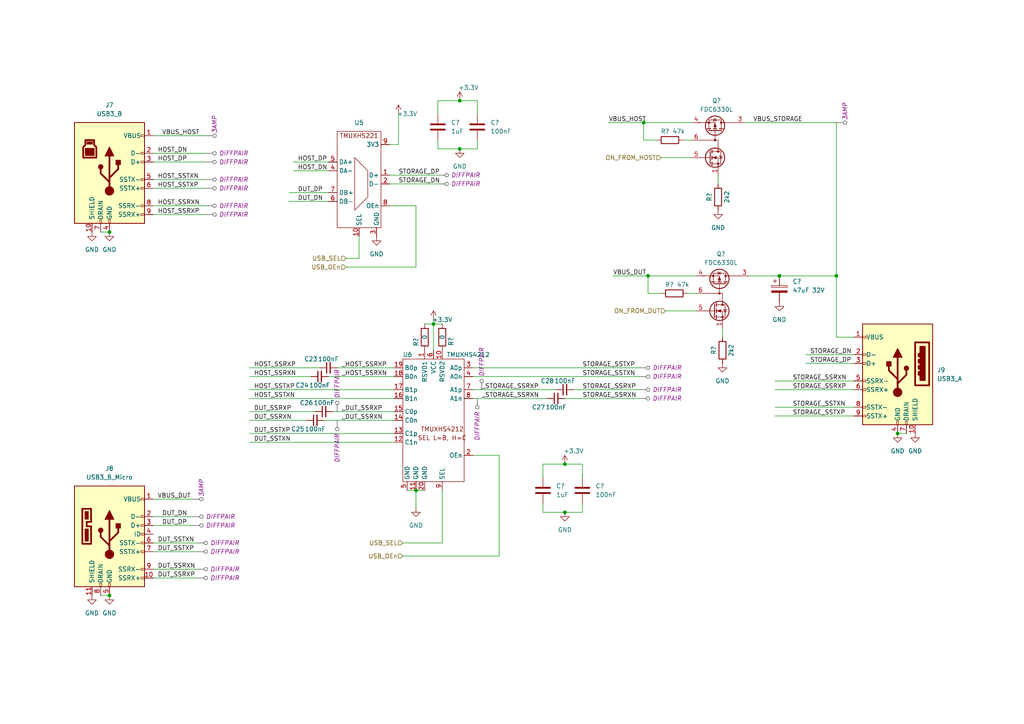
<source format=kicad_sch>
(kicad_sch (version 20230121) (generator eeschema)
  (paper "A4")
  (title_block (title "USB Storage Host/DUT switch") (date "2023-06-15") (rev "1.0.0") (company "Red Hat Inc.") (comment 1 "Device Under Test, supporting USB3.0 and 2.0 connectivity") (comment 2 "that can be connected to the testing host, or to the") (comment 3 "This schematic designs the multiplexor for a USB storage device"))
  (lib_symbols
    (symbol "Connector:USB3_A" (pin_names (offset 1.016))
      (property "Reference" "J" (at -10.16 15.24 0))
      (property "Value" "USB3_A" (at 10.16 15.24 0))
      (symbol "USB3_A_0_0"
        (rectangle (start -9.144 8.636) (end -5.08 -3.81) (stroke (width 0.508)))
        (rectangle (start -7.874 7.366) (end -6.604 -2.286) (stroke (width 0.508)) (fill (type outline)))
        (rectangle (start -6.35 0) (end -6.096 -0.762) (stroke (width 0.508)))
        (rectangle (start -6.35 1.778) (end -6.096 1.016) (stroke (width 0.508)))
        (rectangle (start -6.35 3.556) (end -6.096 2.794) (stroke (width 0.508)))
        (rectangle (start -6.35 5.334) (end -6.096 4.572) (stroke (width 0.508)))
        (rectangle (start -2.794 -15.24) (end -2.286 -14.224))
        (rectangle (start -0.254 -15.24) (end 0.254 -14.224))
        (rectangle (start 10.16 -12.446) (end 9.144 -12.954))
        (rectangle (start 10.16 -9.906) (end 9.144 -10.414))
        (rectangle (start 10.16 -4.826) (end 9.144 -5.334))
        (rectangle (start 10.16 -2.286) (end 9.144 -2.794))
        (rectangle (start 10.16 2.794) (end 9.144 2.286))
        (rectangle (start 10.16 5.334) (end 9.144 4.826))
        (rectangle (start 10.16 10.414) (end 9.144 9.906))
      )
      (symbol "USB3_A_0_1"
        (rectangle (start -10.16 13.97) (end 10.16 -15.24) (stroke (width 0.254)) (fill (type background)))
      )
      (symbol "USB3_A_1_1"
        (circle (center -2.54 1.143) (radius 0.635) (stroke (width 0.254)) (fill (type outline)))
        (circle (center 0 -5.842) (radius 1.27) (fill (type outline)))
        (polyline (pts (xy 0 -5.842) (xy 0 4.318)) (stroke (width 0.508)))
        (polyline (pts (xy 0 -3.302) (xy -2.54 -0.762) (xy -2.54 0.508)) (stroke (width 0.508)))
        (polyline (pts (xy 0 -2.032) (xy 2.54 0.508) (xy 2.54 1.778)) (stroke (width 0.508)))
        (polyline (pts (xy -1.27 4.318) (xy 0 6.858) (xy 1.27 4.318) (xy -1.27 4.318)) (stroke (width 0.254)) (fill (type outline)))
        (rectangle (start 1.905 1.778) (end 3.175 3.048) (stroke (width 0.254)) (fill (type outline)))
        (pin power_in line (at 12.7 10.16 180) (length 2.54) (name "VBUS") (number "1"))
        (pin passive line (at -5.08 -17.78 90) (length 2.54) (name "SHIELD") (number "10"))
        (pin bidirectional line (at 12.7 5.08 180) (length 2.54) (name "D-") (number "2"))
        (pin bidirectional line (at 12.7 2.54 180) (length 2.54) (name "D+") (number "3"))
        (pin power_in line (at 0 -17.78 90) (length 2.54) (name "GND") (number "4"))
        (pin output line (at 12.7 -2.54 180) (length 2.54) (name "SSRX-") (number "5"))
        (pin output line (at 12.7 -5.08 180) (length 2.54) (name "SSRX+") (number "6"))
        (pin passive line (at -2.54 -17.78 90) (length 2.54) (name "DRAIN") (number "7"))
        (pin input line (at 12.7 -10.16 180) (length 2.54) (name "SSTX-") (number "8"))
        (pin input line (at 12.7 -12.7 180) (length 2.54) (name "SSTX+") (number "9"))
      )
    )
    (symbol "Connector:USB3_B" (pin_names (offset 1.016))
      (property "Reference" "J" (at -10.16 15.24 0))
      (property "Value" "USB3_B" (at 10.16 15.24 0))
      (symbol "USB3_B_0_0"
        (rectangle (start -2.794 -15.24) (end -2.286 -14.224))
        (rectangle (start -0.254 -15.24) (end 0.254 -14.224))
        (rectangle (start 10.16 -12.446) (end 9.144 -12.954))
        (rectangle (start 10.16 -9.906) (end 9.144 -10.414))
        (rectangle (start 10.16 -4.826) (end 9.144 -5.334))
        (rectangle (start 10.16 -2.286) (end 9.144 -2.794))
        (rectangle (start 10.16 2.794) (end 9.144 2.286))
        (rectangle (start 10.16 5.334) (end 9.144 4.826))
        (rectangle (start 10.16 10.414) (end 9.144 9.906))
      )
      (symbol "USB3_B_0_1"
        (rectangle (start -10.16 13.97) (end 10.16 -15.24) (stroke (width 0.254)) (fill (type background)))
        (rectangle (start -6.477 8.382) (end -4.953 7.747) (stroke (width 0.254)) (fill (type outline)))
        (rectangle (start -4.445 4.445) (end -6.985 6.477) (stroke (width 0.254)) (fill (type outline)))
        (polyline (pts (xy -6.985 8.89) (xy -6.985 7.493) (xy -7.62 6.858) (xy -7.62 3.81) (xy -3.81 3.81) (xy -3.81 6.858) (xy -4.445 7.493) (xy -4.445 8.89) (xy -6.858 8.89) (xy -6.985 8.89)) (stroke (width 0.508)))
      )
      (symbol "USB3_B_1_1"
        (circle (center -2.54 1.143) (radius 0.635) (stroke (width 0.254)) (fill (type outline)))
        (circle (center 0 -5.842) (radius 1.27) (fill (type outline)))
        (polyline (pts (xy 0 -5.842) (xy 0 4.318)) (stroke (width 0.508)))
        (polyline (pts (xy 0 -3.302) (xy -2.54 -0.762) (xy -2.54 0.508)) (stroke (width 0.508)))
        (polyline (pts (xy 0 -2.032) (xy 2.54 0.508) (xy 2.54 1.778)) (stroke (width 0.508)))
        (polyline (pts (xy -1.27 4.318) (xy 0 6.858) (xy 1.27 4.318) (xy -1.27 4.318)) (stroke (width 0.254)) (fill (type outline)))
        (rectangle (start 1.905 1.778) (end 3.175 3.048) (stroke (width 0.254)) (fill (type outline)))
        (pin power_out line (at 12.7 10.16 180) (length 2.54) (name "VBUS") (number "1"))
        (pin passive line (at -5.08 -17.78 90) (length 2.54) (name "SHIELD") (number "10"))
        (pin bidirectional line (at 12.7 5.08 180) (length 2.54) (name "D-") (number "2"))
        (pin bidirectional line (at 12.7 2.54 180) (length 2.54) (name "D+") (number "3"))
        (pin power_out line (at 0 -17.78 90) (length 2.54) (name "GND") (number "4"))
        (pin output line (at 12.7 -2.54 180) (length 2.54) (name "SSTX-") (number "5"))
        (pin output line (at 12.7 -5.08 180) (length 2.54) (name "SSTX+") (number "6"))
        (pin passive line (at -2.54 -17.78 90) (length 2.54) (name "DRAIN") (number "7"))
        (pin input line (at 12.7 -10.16 180) (length 2.54) (name "SSRX-") (number "8"))
        (pin input line (at 12.7 -12.7 180) (length 2.54) (name "SSRX+") (number "9"))
      )
    )
    (symbol "Connector:USB3_B_Micro" (pin_names (offset 1.016))
      (property "Reference" "J" (at -10.16 15.24 0))
      (property "Value" "USB3_B_Micro" (at 10.16 15.24 0))
      (symbol "USB3_B_Micro_0_0"
        (rectangle (start -2.794 -15.24) (end -2.286 -14.224))
        (rectangle (start -0.254 -15.24) (end 0.254 -14.224))
        (rectangle (start 10.16 -12.446) (end 9.144 -12.954))
        (rectangle (start 10.16 -9.906) (end 9.144 -10.414))
        (rectangle (start 10.16 -4.826) (end 9.144 -5.334))
        (rectangle (start 10.16 -2.286) (end 9.144 -2.794))
        (rectangle (start 10.16 0.254) (end 9.144 -0.254))
        (rectangle (start 10.16 2.794) (end 9.144 2.286))
        (rectangle (start 10.16 5.334) (end 9.144 4.826))
        (rectangle (start 10.16 10.414) (end 9.144 9.906))
      )
      (symbol "USB3_B_Micro_0_1"
        (rectangle (start -10.16 13.97) (end 10.16 -15.24) (stroke (width 0.254)) (fill (type background)))
        (rectangle (start -7.112 1.524) (end -6.096 -2.032) (fill (type outline)))
        (rectangle (start -7.112 6.604) (end -6.096 4.318) (fill (type outline)))
        (polyline (pts (xy -7.874 7.366) (xy -7.874 -2.794) (xy -5.334 -2.794) (xy -5.334 2.286) (xy -6.604 2.286) (xy -6.604 3.556) (xy -5.334 3.556) (xy -5.334 7.366) (xy -7.874 7.366)) (stroke (width 0.508)))
      )
      (symbol "USB3_B_Micro_1_1"
        (circle (center -2.54 1.143) (radius 0.635) (stroke (width 0.254)) (fill (type outline)))
        (circle (center 0 -5.842) (radius 1.27) (fill (type outline)))
        (polyline (pts (xy 0 -5.842) (xy 0 4.318)) (stroke (width 0.508)))
        (polyline (pts (xy 0 -3.302) (xy -2.54 -0.762) (xy -2.54 0.508)) (stroke (width 0.508)))
        (polyline (pts (xy 0 -2.032) (xy 2.54 0.508) (xy 2.54 1.778)) (stroke (width 0.508)))
        (polyline (pts (xy -1.27 4.318) (xy 0 6.858) (xy 1.27 4.318) (xy -1.27 4.318)) (stroke (width 0.254)) (fill (type outline)))
        (rectangle (start 1.905 1.778) (end 3.175 3.048) (stroke (width 0.254)) (fill (type outline)))
        (pin power_out line (at 12.7 10.16 180) (length 2.54) (name "VBUS") (number "1"))
        (pin input line (at 12.7 -12.7 180) (length 2.54) (name "SSRX+") (number "10"))
        (pin passive line (at -5.08 -17.78 90) (length 2.54) (name "SHIELD") (number "11"))
        (pin bidirectional line (at 12.7 5.08 180) (length 2.54) (name "D-") (number "2"))
        (pin bidirectional line (at 12.7 2.54 180) (length 2.54) (name "D+") (number "3"))
        (pin passive line (at 12.7 0 180) (length 2.54) (name "ID") (number "4"))
        (pin power_out line (at 0 -17.78 90) (length 2.54) (name "GND") (number "5"))
        (pin output line (at 12.7 -2.54 180) (length 2.54) (name "SSTX-") (number "6"))
        (pin output line (at 12.7 -5.08 180) (length 2.54) (name "SSTX+") (number "7"))
        (pin passive line (at -2.54 -17.78 90) (length 2.54) (name "DRAIN") (number "8"))
        (pin input line (at 12.7 -10.16 180) (length 2.54) (name "SSRX-") (number "9"))
      )
    )
    (symbol "Device:C" (pin_numbers hide) (pin_names (offset 0.254))
      (property "Reference" "C" (at 0.635 2.54 0))
      (property "Value" "C" (at 0.635 -2.54 0))
      (symbol "C_0_1"
        (polyline (pts (xy -2.032 -0.762) (xy 2.032 -0.762)) (stroke (width 0.508)))
        (polyline (pts (xy -2.032 0.762) (xy 2.032 0.762)) (stroke (width 0.508)))
      )
      (symbol "C_1_1"
        (pin passive line (at 0 3.81 270) (length 2.794) (name "~") (number "1"))
        (pin passive line (at 0 -3.81 90) (length 2.794) (name "~") (number "2"))
      )
    )
    (symbol "Device:C_Polarized" (pin_numbers hide) (pin_names (offset 0.254))
      (property "Reference" "C" (at 0.635 2.54 0))
      (property "Value" "C_Polarized" (at 0.635 -2.54 0))
      (symbol "C_Polarized_0_1"
        (rectangle (start -2.286 0.508) (end 2.286 1.016))
        (polyline (pts (xy -1.778 2.286) (xy -0.762 2.286)))
        (polyline (pts (xy -1.27 2.794) (xy -1.27 1.778)))
        (rectangle (start 2.286 -0.508) (end -2.286 -1.016) (fill (type outline)))
      )
      (symbol "C_Polarized_1_1"
        (pin passive line (at 0 3.81 270) (length 2.794) (name "~") (number "1"))
        (pin passive line (at 0 -3.81 90) (length 2.794) (name "~") (number "2"))
      )
    )
    (symbol "Device:C_Small" (pin_numbers hide) (pin_names (offset 0.254) hide)
      (property "Reference" "C" (at 0.254 1.778 0))
      (property "Value" "C_Small" (at 0.254 -2.032 0))
      (symbol "C_Small_0_1"
        (polyline (pts (xy -1.524 -0.508) (xy 1.524 -0.508)) (stroke (width 0.3302)))
        (polyline (pts (xy -1.524 0.508) (xy 1.524 0.508)) (stroke (width 0.3048)))
      )
      (symbol "C_Small_1_1"
        (pin passive line (at 0 2.54 270) (length 2.032) (name "~") (number "1"))
        (pin passive line (at 0 -2.54 90) (length 2.032) (name "~") (number "2"))
      )
    )
    (symbol "Device:R" (pin_numbers hide) (pin_names (offset 0))
      (property "Reference" "R" (at 2.032 0 90))
      (property "Value" "R" (at 0 0 90))
      (symbol "R_0_1"
        (rectangle (start -1.016 -2.54) (end 1.016 2.54) (stroke (width 0.254)))
      )
      (symbol "R_1_1"
        (pin passive line (at 0 3.81 270) (length 1.27) (name "~") (number "1"))
        (pin passive line (at 0 -3.81 90) (length 1.27) (name "~") (number "2"))
      )
    )
    (symbol "TMUXHS221_1"
      (property "Reference" "U?" (at 2.54 10.16 0))
      (symbol "TMUXHS221_1_0_1"
        (rectangle (start 1.27 8.89) (end 13.97 -19.05))
      )
      (symbol "TMUXHS221_1_1_1"
        (polyline (pts (xy 6.35 -13.97) (xy 6.35 1.27) (xy 10.16 -2.54) (xy 10.16 -7.62) (xy 10.16 -10.16) (xy 6.35 -13.97)))
        (text "TMUXHS221" (at 7.62 7.62 0) (effects (font (size 1.27 1.27))))
        (pin bidirectional line (at 16.51 -3.81 180) (length 2.54) (name "D+") (number "1"))
        (pin input line (at 7.62 -21.59 90) (length 2.54) (name "SEL") (number "10"))
        (pin bidirectional line (at 16.51 -6.35 180) (length 2.54) (name "D-") (number "2"))
        (pin power_in line (at 12.7 -21.59 90) (length 2.54) (name "GND") (number "3"))
        (pin bidirectional line (at -1.27 -2.54 0) (length 2.54) (name "DA-") (number "4"))
        (pin bidirectional line (at -1.27 0 0) (length 2.54) (name "DA+") (number "5"))
        (pin bidirectional line (at -1.27 -11.43 0) (length 2.54) (name "DB-") (number "6"))
        (pin bidirectional line (at -1.27 -8.89 0) (length 2.54) (name "DB+") (number "7"))
        (pin input line (at 16.51 -12.7 180) (length 2.54) (name "OEn") (number "8"))
        (pin power_in line (at 16.51 5.08 180) (length 2.54) (name "3V3") (number "9"))
      )
    )
    (symbol "TUSBMUXES:TMUXHS4212"
      (property "Reference" "U?" (at 12.7 0 0))
      (property "Value" "TMUXHS4212" (at 0 0 0))
      (symbol "TMUXHS4212_0_1"
        (rectangle (start -2.54 -1.27) (end 15.24 -36.83))
      )
      (symbol "TMUXHS4212_1_1"
        (text "SEL L=B, H=C" (at 8.89 -24.13 0) (effects (font (size 1.27 1.27))))
        (text "TMUXHS4212\n" (at 8.89 -21.59 0) (effects (font (size 1.27 1.27))))
        (pin passive line (at 3.81 1.27 270) (length 2.54) (name "RSVD1") (number "1"))
        (pin passive line (at 8.89 1.27 270) (length 2.54) (name "RSVD2") (number "10"))
        (pin power_in line (at 1.27 -39.37 90) (length 2.54) (name "GND") (number "11"))
        (pin bidirectional line (at -5.08 -25.4 0) (length 2.54) (name "C1n") (number "12"))
        (pin bidirectional line (at -5.08 -22.86 0) (length 2.54) (name "C1p") (number "13"))
        (pin bidirectional line (at -5.08 -19.05 0) (length 2.54) (name "C0n") (number "14"))
        (pin bidirectional line (at -5.08 -16.51 0) (length 2.54) (name "C0p") (number "15"))
        (pin bidirectional line (at -5.08 -12.7 0) (length 2.54) (name "B1n") (number "16"))
        (pin bidirectional line (at -5.08 -10.16 0) (length 2.54) (name "B1p") (number "17"))
        (pin bidirectional line (at -5.08 -6.35 0) (length 2.54) (name "B0n") (number "18"))
        (pin bidirectional line (at -5.08 -3.81 0) (length 2.54) (name "B0p") (number "19"))
        (pin input line (at 17.78 -29.21 180) (length 2.54) (name "OEn") (number "2"))
        (pin power_in line (at 3.81 -39.37 90) (length 2.54) (name "GND") (number "20"))
        (pin bidirectional line (at 17.78 -3.81 180) (length 2.54) (name "A0p") (number "3"))
        (pin bidirectional line (at 17.78 -6.35 180) (length 2.54) (name "A0n") (number "4"))
        (pin power_in line (at -1.27 -39.37 90) (length 2.54) (name "GND") (number "5"))
        (pin power_in line (at 6.35 1.27 270) (length 2.54) (name "VCC") (number "6"))
        (pin bidirectional line (at 17.78 -10.16 180) (length 2.54) (name "A1p") (number "7"))
        (pin bidirectional line (at 17.78 -12.7 180) (length 2.54) (name "A1n") (number "8"))
        (pin input line (at 8.89 -39.37 90) (length 2.54) (name "SEL") (number "9"))
      )
    )
    (symbol "Transistor_FET:FDC6330L" (pin_names hide)
      (property "Reference" "Q" (at 3.175 -1.27 0))
      (property "Value" "FDC6330L" (at 3.175 -3.81 0))
      (symbol "FDC6330L_0_1"
        (circle (center -0.889 -2.54) (radius 2.794) (stroke (width 0.254)))
        (circle (center 0 -4.318) (radius 0.254) (fill (type outline)))
        (circle (center 0 -0.762) (radius 0.254) (fill (type outline)))
        (polyline (pts (xy -2.286 -2.54) (xy -5.08 -2.54)))
        (polyline (pts (xy -2.286 -0.635) (xy -2.286 -4.445)) (stroke (width 0.254)))
        (polyline (pts (xy -1.778 -3.81) (xy -1.778 -4.826)) (stroke (width 0.254)))
        (polyline (pts (xy -1.778 -2.032) (xy -1.778 -3.048)) (stroke (width 0.254)))
        (polyline (pts (xy -1.778 -0.254) (xy -1.778 -1.27)) (stroke (width 0.254)))
        (polyline (pts (xy 0 0) (xy 0 -0.762)))
        (polyline (pts (xy 5.08 7.62) (xy 1.651 7.62)))
        (polyline (pts (xy -5.08 2.54) (xy 0 2.54) (xy 0 0)))
        (polyline (pts (xy 0 -5.08) (xy 0 -2.54) (xy -1.778 -2.54)))
        (polyline (pts (xy -1.778 -4.318) (xy 0.762 -4.318) (xy 0.762 -0.762) (xy -1.778 -0.762)))
      )
      (symbol "FDC6330L_1_1"
        (circle (center -2.667 7.62) (radius 0.254) (fill (type outline)))
        (circle (center -0.889 2.54) (radius 0.254) (fill (type outline)))
        (circle (center -0.889 6.731) (radius 2.794) (stroke (width 0.254)))
        (polyline (pts (xy -3.175 7.62) (xy -5.969 7.62)))
        (polyline (pts (xy -2.159 5.842) (xy -3.175 5.842)) (stroke (width 0.254)))
        (polyline (pts (xy -0.889 5.334) (xy -0.889 2.54)))
        (polyline (pts (xy -0.381 5.842) (xy -1.397 5.842)) (stroke (width 0.254)))
        (polyline (pts (xy 1.016 5.334) (xy -2.794 5.334)) (stroke (width 0.254)))
        (polyline (pts (xy 1.397 5.842) (xy 0.381 5.842)) (stroke (width 0.254)))
        (polyline (pts (xy 1.651 7.62) (xy 0.889 7.62)))
        (polyline (pts (xy -3.429 7.62) (xy -0.889 7.62) (xy -0.889 5.842)))
        (polyline (pts (xy -2.667 5.842) (xy -2.667 8.382) (xy 0.889 8.382) (xy 0.889 5.842)))
        (polyline (pts (xy -1.524 -2.54) (xy -0.508 -2.159) (xy -0.508 -2.921) (xy -1.524 -2.54)) (fill (type outline)))
        (polyline (pts (xy -1.397 7.874) (xy -1.27 8.001) (xy -1.27 8.763) (xy -1.143 8.89)))
        (polyline (pts (xy -1.27 8.382) (xy -0.635 8.001) (xy -0.635 8.763) (xy -1.27 8.382)))
        (polyline (pts (xy -0.889 7.366) (xy -0.508 6.35) (xy -1.27 6.35) (xy -0.889 7.366)) (fill (type outline)))
        (polyline (pts (xy 0.254 -2.032) (xy 0.381 -2.159) (xy 1.143 -2.159) (xy 1.27 -2.286)))
        (polyline (pts (xy 0.762 -2.159) (xy 0.381 -2.794) (xy 1.143 -2.794) (xy 0.762 -2.159)))
        (circle (center 0.889 7.62) (radius 0.254) (fill (type outline)))
        (pin passive line (at 0 -7.62 90) (length 2.54) (name "S1") (number "1"))
        (pin passive line (at 7.62 7.62 180) (length 2.54) hide (name "D2") (number "2"))
        (pin passive line (at 7.62 7.62 180) (length 2.54) (name "D2") (number "3"))
        (pin passive line (at -7.62 7.62 0) (length 2.54) (name "S2") (number "4"))
        (pin passive line (at -7.62 -2.54 0) (length 2.54) (name "G1") (number "5"))
        (pin passive line (at -7.62 2.54 0) (length 2.54) (name "D1") (number "6"))
      )
    )
    (symbol "power:+3.3V" (power) (pin_names (offset 0))
      (property "Value" "+3.3V" (at 0 3.556 0))
      (symbol "+3.3V_0_1"
        (polyline (pts (xy -0.762 1.27) (xy 0 2.54)))
        (polyline (pts (xy 0 0) (xy 0 2.54)))
        (polyline (pts (xy 0 2.54) (xy 0.762 1.27)))
      )
      (symbol "+3.3V_1_1"
        (pin power_in line (at 0 0 90) (length 0) hide (name "+3.3V") (number "1"))
      )
    )
    (symbol "power:GND" (power) (pin_names (offset 0))
      (property "Value" "GND" (at 0 -3.81 0))
      (symbol "GND_0_1"
        (polyline (pts (xy 0 0) (xy 0 -1.27) (xy 1.27 -1.27) (xy 0 -2.54) (xy -1.27 -1.27) (xy 0 -1.27)))
      )
      (symbol "GND_1_1"
        (pin power_in line (at 0 0 270) (length 0) hide (name "GND") (number "1"))
      )
    )
  )
  (junction (at 31.75 67.31))
  (junction (at 120.65 142.24))
  (junction (at 133.35 29.21))
  (junction (at 260.35 125.73))
  (junction (at 226.06 80.01))
  (junction (at 186.69 35.56))
  (junction (at 125.73 93.98))
  (junction (at 242.57 80.01))
  (junction (at 163.83 148.59))
  (junction (at 187.96 80.01))
  (junction (at 163.83 134.62))
  (junction (at 133.35 43.18))
  (junction (at 31.75 172.72))
  (wire (pts (xy 163.83 148.59) (xy 168.91 148.59)))
  (wire (pts (xy 44.45 39.37) (xy 59.69 39.37)))
  (wire (pts (xy 72.39 119.38) (xy 91.44 119.38)))
  (wire (pts (xy 100.33 74.93) (xy 104.14 74.93)))
  (wire (pts (xy 29.21 67.31) (xy 31.75 67.31)))
  (wire (pts (xy 72.39 121.92) (xy 88.9 121.92)))
  (wire (pts (xy 133.35 43.18) (xy 138.43 43.18)))
  (wire (pts (xy 157.48 134.62) (xy 163.83 134.62)))
  (wire (pts (xy 125.73 101.6) (xy 125.73 93.98)))
  (wire (pts (xy 96.52 119.38) (xy 114.3 119.38)))
  (wire (pts (xy 72.39 115.57) (xy 114.3 115.57)))
  (wire (pts (xy 44.45 44.45) (xy 59.69 44.45)))
  (wire (pts (xy 208.28 50.8) (xy 208.28 53.34)))
  (wire (pts (xy 247.65 97.79) (xy 242.57 97.79)))
  (wire (pts (xy 157.48 148.59) (xy 163.83 148.59)))
  (wire (pts (xy 138.43 29.21) (xy 133.35 29.21)))
  (wire (pts (xy 97.79 106.68) (xy 114.3 106.68)))
  (wire (pts (xy 72.39 106.68) (xy 92.71 106.68)))
  (wire (pts (xy 116.84 157.48) (xy 128.27 157.48)))
  (wire (pts (xy 233.68 102.87) (xy 247.65 102.87)))
  (wire (pts (xy 72.39 109.22) (xy 90.17 109.22)))
  (wire (pts (xy 29.21 172.72) (xy 31.75 172.72)))
  (wire (pts (xy 44.45 157.48) (xy 57.15 157.48)))
  (wire (pts (xy 44.45 52.07) (xy 59.69 52.07)))
  (wire (pts (xy 191.77 85.09) (xy 187.96 85.09)))
  (wire (pts (xy 116.84 161.29) (xy 144.78 161.29)))
  (wire (pts (xy 113.03 50.8) (xy 127 50.8)))
  (wire (pts (xy 72.39 128.27) (xy 114.3 128.27)))
  (wire (pts (xy 157.48 138.43) (xy 157.48 134.62)))
  (wire (pts (xy 127 29.21) (xy 133.35 29.21)))
  (wire (pts (xy 177.8 80.01) (xy 187.96 80.01)))
  (wire (pts (xy 137.16 115.57) (xy 158.75 115.57)))
  (wire (pts (xy 104.14 68.58) (xy 104.14 74.93)))
  (wire (pts (xy 44.45 152.4) (xy 55.88 152.4)))
  (wire (pts (xy 224.79 113.03) (xy 247.65 113.03)))
  (wire (pts (xy 242.57 35.56) (xy 242.57 80.01)))
  (wire (pts (xy 44.45 149.86) (xy 55.88 149.86)))
  (wire (pts (xy 72.39 125.73) (xy 114.3 125.73)))
  (wire (pts (xy 215.9 35.56) (xy 242.57 35.56)))
  (wire (pts (xy 144.78 161.29) (xy 144.78 132.08)))
  (wire (pts (xy 137.16 106.68) (xy 185.42 106.68)))
  (wire (pts (xy 95.25 109.22) (xy 114.3 109.22)))
  (wire (pts (xy 125.73 93.98) (xy 125.73 92.71)))
  (wire (pts (xy 118.11 142.24) (xy 120.65 142.24)))
  (wire (pts (xy 163.83 115.57) (xy 185.42 115.57)))
  (wire (pts (xy 217.17 80.01) (xy 226.06 80.01)))
  (wire (pts (xy 113.03 41.91) (xy 115.57 41.91)))
  (wire (pts (xy 224.79 118.11) (xy 247.65 118.11)))
  (wire (pts (xy 191.77 45.72) (xy 200.66 45.72)))
  (wire (pts (xy 157.48 146.05) (xy 157.48 148.59)))
  (wire (pts (xy 226.06 80.01) (xy 242.57 80.01)))
  (wire (pts (xy 127 40.64) (xy 127 43.18)))
  (wire (pts (xy 127 33.02) (xy 127 29.21)))
  (wire (pts (xy 166.37 113.03) (xy 185.42 113.03)))
  (wire (pts (xy 224.79 110.49) (xy 247.65 110.49)))
  (wire (pts (xy 85.09 49.53) (xy 95.25 49.53)))
  (wire (pts (xy 100.33 77.47) (xy 120.65 77.47)))
  (wire (pts (xy 190.5 40.64) (xy 186.69 40.64)))
  (wire (pts (xy 93.98 121.92) (xy 114.3 121.92)))
  (wire (pts (xy 176.53 35.56) (xy 186.69 35.56)))
  (wire (pts (xy 125.73 93.98) (xy 128.27 93.98)))
  (wire (pts (xy 198.12 40.64) (xy 200.66 40.64)))
  (wire (pts (xy 128.27 157.48) (xy 128.27 142.24)))
  (wire (pts (xy 120.65 142.24) (xy 123.19 142.24)))
  (wire (pts (xy 137.16 113.03) (xy 161.29 113.03)))
  (wire (pts (xy 120.65 142.24) (xy 120.65 147.32)))
  (wire (pts (xy 209.55 95.25) (xy 209.55 97.79)))
  (wire (pts (xy 44.45 144.78) (xy 55.88 144.78)))
  (wire (pts (xy 44.45 165.1) (xy 57.15 165.1)))
  (wire (pts (xy 260.35 125.73) (xy 262.89 125.73)))
  (wire (pts (xy 144.78 132.08) (xy 137.16 132.08)))
  (wire (pts (xy 224.79 120.65) (xy 247.65 120.65)))
  (wire (pts (xy 242.57 80.01) (xy 242.57 97.79)))
  (wire (pts (xy 44.45 167.64) (xy 57.15 167.64)))
  (wire (pts (xy 115.57 41.91) (xy 115.57 33.02)))
  (wire (pts (xy 44.45 46.99) (xy 59.69 46.99)))
  (wire (pts (xy 113.03 59.69) (xy 120.65 59.69)))
  (wire (pts (xy 72.39 113.03) (xy 114.3 113.03)))
  (wire (pts (xy 199.39 85.09) (xy 201.93 85.09)))
  (wire (pts (xy 193.04 90.17) (xy 201.93 90.17)))
  (wire (pts (xy 168.91 146.05) (xy 168.91 148.59)))
  (wire (pts (xy 44.45 160.02) (xy 57.15 160.02)))
  (wire (pts (xy 120.65 59.69) (xy 120.65 77.47)))
  (wire (pts (xy 44.45 59.69) (xy 59.69 59.69)))
  (wire (pts (xy 186.69 40.64) (xy 186.69 35.56)))
  (wire (pts (xy 186.69 35.56) (xy 200.66 35.56)))
  (wire (pts (xy 187.96 85.09) (xy 187.96 80.01)))
  (wire (pts (xy 123.19 93.98) (xy 125.73 93.98)))
  (wire (pts (xy 137.16 109.22) (xy 185.42 109.22)))
  (wire (pts (xy 83.82 55.88) (xy 95.25 55.88)))
  (wire (pts (xy 168.91 138.43) (xy 168.91 134.62)))
  (wire (pts (xy 85.09 46.99) (xy 95.25 46.99)))
  (wire (pts (xy 233.68 105.41) (xy 247.65 105.41)))
  (wire (pts (xy 44.45 62.23) (xy 59.69 62.23)))
  (wire (pts (xy 113.03 53.34) (xy 127 53.34)))
  (wire (pts (xy 83.82 58.42) (xy 95.25 58.42)))
  (wire (pts (xy 168.91 134.62) (xy 163.83 134.62)))
  (wire (pts (xy 187.96 80.01) (xy 201.93 80.01)))
  (wire (pts (xy 127 43.18) (xy 133.35 43.18)))
  (wire (pts (xy 138.43 40.64) (xy 138.43 43.18)))
  (wire (pts (xy 44.45 54.61) (xy 59.69 54.61)))
  (wire (pts (xy 138.43 33.02) (xy 138.43 29.21)))
  (label "HOST_SSTXN" (at 45.72 52.07 0))
  (label "STORAGE_DP" (at 115.57 50.8 0))
  (label "HOST_SSTXN" (at 73.66 115.57 0))
  (label "_DUT_SSRXP" (at 99.06 119.38 0))
  (label "_DUT_SSRXN" (at 99.06 121.92 0))
  (label "_STORAGE_SSRXN" (at 139.7 115.57 0))
  (label "DUT_DN" (at 46.99 149.86 0))
  (label "STORAGE_SSTXP" (at 168.91 106.68 0))
  (label "STORAGE_SSRXN" (at 168.91 115.57 0))
  (label "DUT_SSTXN" (at 73.66 128.27 0))
  (label "HOST_SSTXP" (at 45.72 54.61 0))
  (label "HOST_DN" (at 45.72 44.45 0))
  (label "DUT_SSRXN" (at 45.72 165.1 0))
  (label "VBUS_STORAGE" (at 218.44 35.56 0))
  (label "STORAGE_SSRXN" (at 229.87 110.49 0))
  (label "DUT_SSTXP" (at 45.72 160.02 0))
  (label "DUT_SSTXN" (at 45.72 157.48 0))
  (label "_HOST_SSRXN" (at 99.06 109.22 0))
  (label "HOST_DN" (at 86.36 49.53 0))
  (label "VBUS_HOST" (at 176.53 35.56 0))
  (label "STORAGE_DN" (at 115.57 53.34 0))
  (label "STORAGE_SSTXN" (at 229.87 118.11 0))
  (label "_STORAGE_SSRXP" (at 139.7 113.03 0))
  (label "HOST_SSRXP" (at 45.72 62.23 0))
  (label "STORAGE_SSRXP" (at 168.91 113.03 0))
  (label "HOST_SSRXP" (at 73.66 106.68 0))
  (label "HOST_SSRXN" (at 45.72 59.69 0))
  (label "HOST_DP" (at 45.72 46.99 0))
  (label "DUT_SSRXP" (at 73.66 119.38 0))
  (label "DUT_SSTXP" (at 73.66 125.73 0))
  (label "DUT_DP" (at 86.36 55.88 0))
  (label "_HOST_SSRXP" (at 99.06 106.68 0))
  (label "DUT_DN" (at 86.36 58.42 0))
  (label "STORAGE_DP" (at 234.95 105.41 0))
  (label "STORAGE_SSTXN" (at 168.91 109.22 0))
  (label "STORAGE_SSRXP" (at 229.87 113.03 0))
  (label "HOST_SSRXN" (at 73.66 109.22 0))
  (label "DUT_SSRXP" (at 45.72 167.64 0))
  (label "DUT_DP" (at 46.99 152.4 0))
  (label "VBUS_DUT" (at 177.8 80.01 0))
  (label "VBUS_DUT" (at 45.72 144.78 0))
  (label "VBUS_HOST" (at 46.99 39.37 0))
  (label "STORAGE_SSTXP" (at 229.87 120.65 0))
  (label "STORAGE_DN" (at 234.95 102.87 0))
  (label "DUT_SSRXN" (at 73.66 121.92 0))
  (label "HOST_DP" (at 86.36 46.99 0))
  (label "HOST_SSTXP" (at 73.66 113.03 0))
  (hierarchical_label "USB_OEn" (shape input) (at 100.33 77.47 180))
  (hierarchical_label "USB_SEL" (shape input) (at 116.84 157.48 180))
  (hierarchical_label "USB_OEn" (shape input) (at 116.84 161.29 180))
  (hierarchical_label "ON_FROM_DUT" (shape input) (at 193.04 90.17 180))
  (hierarchical_label "USB_SEL" (shape input) (at 100.33 74.93 180))
  (hierarchical_label "ON_FROM_HOST" (shape input) (at 191.77 45.72 180))
  (netclass_flag "" (length 2.54) (shape round) (at 185.42 115.57 270) (property "Netclass" "DIFFPAIR" (at 189.23 115.57 0) (effects (font italic) (justify left))))
  (netclass_flag "" (length 2.54) (shape round) (at 127 50.8 270) (property "Netclass" "DIFFPAIR" (at 130.81 50.8 0) (effects (font italic) (justify left))))
  (netclass_flag "" (length 2.54) (shape round) (at 57.15 157.48 270) (property "Netclass" "DIFFPAIR" (at 60.96 157.48 0) (effects (font italic) (justify left))))
  (netclass_flag "" (length 2.54) (shape round) (at 185.42 109.22 270) (property "Netclass" "DIFFPAIR" (at 189.23 109.22 0) (effects (font italic) (justify left))))
  (netclass_flag "" (length 2.54) (shape round) (at 57.15 167.64 270) (property "Netclass" "DIFFPAIR" (at 60.96 167.64 0) (effects (font italic) (justify left))))
  (netclass_flag "" (length 2.54) (shape round) (at 59.69 54.61 270) (property "Netclass" "DIFFPAIR" (at 63.5 54.61 0) (effects (font italic) (justify left))))
  (netclass_flag "" (length 2.54) (shape round) (at 55.88 144.78 270) (property "Netclass" "3AMP" (at 58.42 144.0815 90) (effects (font italic) (justify left))))
  (netclass_flag "" (length 2.54) (shape round) (at 59.69 52.07 270) (property "Netclass" "DIFFPAIR" (at 63.5 52.07 0) (effects (font italic) (justify left))))
  (netclass_flag "" (length 2.54) (shape round) (at 59.69 59.69 270) (property "Netclass" "DIFFPAIR" (at 63.5 59.69 0) (effects (font italic) (justify left))))
  (netclass_flag "" (length 2.54) (shape round) (at 97.79 119.38 0) (property "Netclass" "DIFFPAIR" (at 97.79 115.57 90) (effects (font italic) (justify left))))
  (netclass_flag "" (length 2.54) (shape round) (at 59.69 44.45 270) (property "Netclass" "DIFFPAIR" (at 63.5 44.45 0) (effects (font italic) (justify left))))
  (netclass_flag "" (length 2.54) (shape round) (at 185.42 113.03 270) (property "Netclass" "DIFFPAIR" (at 189.23 113.03 0) (effects (font italic) (justify left))))
  (netclass_flag "" (length 2.54) (shape round) (at 57.15 160.02 270) (property "Netclass" "DIFFPAIR" (at 60.96 160.02 0) (effects (font italic) (justify left))))
  (netclass_flag "" (length 2.54) (shape round) (at 185.42 106.68 270) (property "Netclass" "DIFFPAIR" (at 189.23 106.68 0) (effects (font italic) (justify left))))
  (netclass_flag "" (length 2.54) (shape round) (at 55.88 152.4 270) (property "Netclass" "DIFFPAIR" (at 59.69 152.4 0) (effects (font italic) (justify left))))
  (netclass_flag "" (length 2.54) (shape round) (at 55.88 149.86 270) (property "Netclass" "DIFFPAIR" (at 59.69 149.86 0) (effects (font italic) (justify left))))
  (netclass_flag "" (length 2.54) (shape round) (at 59.69 46.99 270) (property "Netclass" "DIFFPAIR" (at 63.5 46.99 0) (effects (font italic) (justify left))))
  (netclass_flag "" (length 2.54) (shape round) (at 127 53.34 270) (property "Netclass" "DIFFPAIR" (at 130.81 53.34 0) (effects (font italic) (justify left))))
  (netclass_flag "" (length 2.54) (shape round) (at 139.7 113.03 0) (property "Netclass" "DIFFPAIR" (at 139.7 109.22 90) (effects (font italic) (justify left))))
  (netclass_flag "" (length 2.54) (shape round) (at 242.57 35.56 270) (property "Netclass" "3AMP" (at 245.11 34.8615 90) (effects (font italic) (justify left))))
  (netclass_flag "" (length 2.54) (shape round) (at 97.79 121.92 180) (property "Netclass" "DIFFPAIR" (at 97.79 125.73 90) (effects (font italic) (justify right))))
  (netclass_flag "" (length 2.54) (shape round) (at 138.43 115.57 180) (property "Netclass" "DIFFPAIR" (at 138.43 119.38 90) (effects (font italic) (justify right))))
  (netclass_flag "" (length 2.54) (shape round) (at 57.15 165.1 270) (property "Netclass" "DIFFPAIR" (at 60.96 165.1 0) (effects (font italic) (justify left))))
  (netclass_flag "" (length 2.54) (shape round) (at 59.69 62.23 270) (property "Netclass" "DIFFPAIR" (at 63.5 62.23 0) (effects (font italic) (justify left))))
  (netclass_flag "" (length 2.54) (shape round) (at 59.69 39.37 270) (property "Netclass" "3AMP" (at 62.23 38.6715 90) (effects (font italic) (justify left))))
  (symbol (lib_id "Device:R") (at 195.58 85.09 90) (unit 1)
    (property "Reference" "R?" (at 194.183 82.55 90))
    (property "Value" "47k" (at 198.12 82.55 90))
    (property "Footprint" "Resistor_SMD:R_0603_1608Metric" (effects hide))
    (instances (project "jumpstarter" (path "" (reference "R?") (unit 1)) (path "" (reference "R3") (unit 1)) (path "" (reference "R29") (unit 1))))
  )
  (symbol (lib_id "power:GND") (at 120.65 147.32 0) (unit 1)
    (property "Reference" "#PWR072" (effects hide))
    (property "Value" "GND" (at 120.65 152.4 0))
  )
  (symbol (lib_id "power:+3.3V") (at 125.73 92.71 0) (unit 1)
    (property "Reference" "#PWR013" (effects hide))
    (property "Value" "+3.3V" (at 128.27 92.71 0))
    (instances (project "jumpstarter" (path "" (reference "#PWR013") (unit 1)) (path "" (reference "#PWR069") (unit 1))))
  )
  (symbol (lib_id "power:GND") (at 208.28 60.96 0) (unit 1)
    (property "Reference" "#PWR?" (effects hide))
    (property "Value" "GND" (at 208.28 66.04 0))
    (instances (project "jumpstarter" (path "" (reference "#PWR?") (unit 1)) (path "" (reference "#PWR018") (unit 1)) (path "" (reference "#PWR078") (unit 1))))
  )
  (symbol (lib_id "Device:C_Small") (at 163.83 113.03 90) (unit 1)
    (property "Reference" "C28" (at 158.75 110.49 90))
    (property "Value" "100nF" (at 163.83 110.49 90))
    (property "Footprint" "Capacitor_SMD:C_0402_1005Metric" (effects hide))
  )
  (symbol (lib_id "power:GND") (at 260.35 125.73 0) (unit 1)
    (property "Reference" "#PWR076" (effects hide))
    (property "Value" "GND" (at 260.35 130.81 0))
  )
  (symbol (lib_id "power:GND") (at 26.67 172.72 0) (unit 1)
    (property "Reference" "#PWR081" (effects hide))
    (property "Value" "GND" (at 26.67 177.8 0))
  )
  (symbol (lib_id "Transistor_FET:FDC6330L") (at 209.55 87.63 0) (unit 1)
    (property "Reference" "Q?" (at 209.1055 73.66 0))
    (property "Value" "FDC6330L" (at 209.1055 76.2 0))
    (property "Footprint" "Package_TO_SOT_SMD:TSOT-23-6" (effects hide))
    (property "Datasheet" "https://www.onsemi.com/pub/Collateral/FDC6330L-D.PDF" (effects hide))
    (instances (project "jumpstarter" (path "" (reference "Q?") (unit 1)) (path "" (reference "Q1") (unit 1)) (path "" (reference "Q4") (unit 1))))
  )
  (symbol (lib_id "power:GND") (at 209.55 105.41 0) (unit 1)
    (property "Reference" "#PWR?" (effects hide))
    (property "Value" "GND" (at 209.55 110.49 0))
    (instances (project "jumpstarter" (path "" (reference "#PWR?") (unit 1)) (path "" (reference "#PWR018") (unit 1)) (path "" (reference "#PWR066") (unit 1))))
  )
  (symbol (lib_id "Connector:USB3_B_Micro") (at 31.75 154.94 0) (unit 1)
    (property "Reference" "J8" (at 31.75 135.89 0))
    (property "Value" "USB3_B_Micro" (at 31.75 138.43 0))
    (property "Footprint" "Connector_USB:USB3_Micro-B_Connfly_DS1104-01" (effects hide))
  )
  (symbol (lib_id "Device:C") (at 157.48 142.24 0) (unit 1)
    (property "Reference" "C?" (at 161.29 140.97 0) (effects (justify left)))
    (property "Value" "1uF" (at 161.29 143.51 0) (effects (justify left)))
    (property "Footprint" "Capacitor_SMD:C_0402_1005Metric" (effects hide))
    (instances (project "jumpstarter" (path "" (reference "C?") (unit 1)) (path "" (reference "C6") (unit 1)) (path "" (reference "C21") (unit 1))))
  )
  (symbol (lib_id "Device:R") (at 194.31 40.64 90) (unit 1)
    (property "Reference" "R?" (at 192.913 38.1 90))
    (property "Value" "47k" (at 196.85 38.1 90))
    (property "Footprint" "Resistor_SMD:R_0603_1608Metric" (effects hide))
    (instances (project "jumpstarter" (path "" (reference "R?") (unit 1)) (path "" (reference "R3") (unit 1)) (path "" (reference "R27") (unit 1))))
  )
  (symbol (lib_id "Device:R") (at 208.28 57.15 0) (unit 1)
    (property "Reference" "R?" (at 205.74 57.15 90))
    (property "Value" "2k2" (at 210.82 57.15 90))
    (property "Footprint" "Resistor_SMD:R_0603_1608Metric" (effects hide))
    (instances (project "jumpstarter" (path "" (reference "R?") (unit 1)) (path "" (reference "R4") (unit 1)) (path "" (reference "R28") (unit 1))))
  )
  (symbol (lib_id "Device:C_Small") (at 91.44 121.92 90) (unit 1)
    (property "Reference" "C25" (at 86.36 124.46 90))
    (property "Value" "100nF" (at 91.44 124.46 90))
    (property "Footprint" "Capacitor_SMD:C_0402_1005Metric" (effects hide))
  )
  (symbol (lib_id "Connector:USB3_B") (at 31.75 49.53 0) (unit 1)
    (property "Reference" "J7" (at 31.75 30.48 0))
    (property "Value" "USB3_B" (at 31.75 33.02 0))
    (property "Footprint" "USB3Wurth:Wurth WR-COM USB 3.0 692221030100" (effects hide))
  )
  (symbol (lib_id "power:GND") (at 226.06 87.63 0) (unit 1)
    (property "Reference" "#PWR?" (effects hide))
    (property "Value" "GND" (at 226.06 92.71 0))
    (instances (project "jumpstarter" (path "" (reference "#PWR?") (unit 1)) (path "" (reference "#PWR018") (unit 1)) (path "" (reference "#PWR077") (unit 1))))
  )
  (symbol (lib_id "Device:C") (at 168.91 142.24 0) (unit 1)
    (property "Reference" "C?" (at 172.72 140.97 0) (effects (justify left)))
    (property "Value" "100nF" (at 172.72 143.51 0) (effects (justify left)))
    (property "Footprint" "Capacitor_SMD:C_0402_1005Metric" (effects hide))
    (instances (project "jumpstarter" (path "" (reference "C?") (unit 1)) (path "" (reference "C13") (unit 1)) (path "" (reference "C22") (unit 1))))
  )
  (symbol (lib_id "power:GND") (at 31.75 67.31 0) (unit 1)
    (property "Reference" "#PWR073" (effects hide))
    (property "Value" "GND" (at 31.75 72.39 0))
  )
  (symbol (lib_id "power:+3.3V") (at 133.35 29.21 0) (unit 1)
    (property "Reference" "#PWR013" (effects hide))
    (property "Value" "+3.3V" (at 135.89 25.4 0))
    (instances (project "jumpstarter" (path "" (reference "#PWR013") (unit 1)) (path "" (reference "#PWR067") (unit 1))))
  )
  (symbol (lib_id "Connector:USB3_A") (at 260.35 107.95 0) (mirror y) (unit 1)
    (property "Reference" "J9" (at 271.78 107.315 0) (effects (justify right)))
    (property "Value" "USB3_A" (at 271.78 109.855 0) (effects (justify right)))
    (property "Footprint" "Connector_USB:USB3_A_Molex_48393-001" (effects hide))
  )
  (symbol (lib_id "Transistor_FET:FDC6330L") (at 208.28 43.18 0) (unit 1)
    (property "Reference" "Q?" (at 207.8355 29.21 0))
    (property "Value" "FDC6330L" (at 207.8355 31.75 0))
    (property "Footprint" "Package_TO_SOT_SMD:TSOT-23-6" (effects hide))
    (property "Datasheet" "https://www.onsemi.com/pub/Collateral/FDC6330L-D.PDF" (effects hide))
    (instances (project "jumpstarter" (path "" (reference "Q?") (unit 1)) (path "" (reference "Q1") (unit 1)) (path "" (reference "Q3") (unit 1))))
  )
  (symbol (lib_id "Device:R") (at 123.19 97.79 180) (unit 1)
    (property "Reference" "R?" (at 120.65 99.187 90))
    (property "Value" "0" (at 123.19 97.79 90))
    (property "Footprint" "Resistor_SMD:R_0603_1608Metric" (effects hide))
    (instances (project "jumpstarter" (path "" (reference "R?") (unit 1)) (path "" (reference "R3") (unit 1)) (path "" (reference "R25") (unit 1))))
  )
  (symbol (lib_id "power:+3.3V") (at 163.83 134.62 0) (unit 1)
    (property "Reference" "#PWR013" (effects hide))
    (property "Value" "+3.3V" (at 166.37 130.81 0))
    (instances (project "jumpstarter" (path "" (reference "#PWR013") (unit 1)) (path "" (reference "#PWR070") (unit 1))))
  )
  (symbol (lib_id "Device:C") (at 127 36.83 0) (unit 1)
    (property "Reference" "C?" (at 130.81 35.56 0) (effects (justify left)))
    (property "Value" "1uF" (at 130.81 38.1 0) (effects (justify left)))
    (property "Footprint" "Capacitor_SMD:C_0402_1005Metric" (effects hide))
    (instances (project "jumpstarter" (path "" (reference "C?") (unit 1)) (path "" (reference "C6") (unit 1)) (path "" (reference "C19") (unit 1))))
  )
  (symbol (lib_id "Device:C_Small") (at 95.25 106.68 90) (unit 1)
    (property "Reference" "C23" (at 90.17 104.14 90))
    (property "Value" "100nF" (at 95.25 104.14 90))
    (property "Footprint" "Capacitor_SMD:C_0402_1005Metric" (effects hide))
  )
  (symbol (lib_id "Device:C_Small") (at 93.98 119.38 90) (unit 1)
    (property "Reference" "C26" (at 88.9 116.84 90))
    (property "Value" "100nF" (at 93.98 116.84 90))
    (property "Footprint" "Capacitor_SMD:C_0402_1005Metric" (effects hide))
  )
  (symbol (lib_id "power:+3.3V") (at 115.57 33.02 0) (unit 1)
    (property "Reference" "#PWR013" (effects hide))
    (property "Value" "+3.3V" (at 118.11 33.02 0))
    (instances (project "jumpstarter" (path "" (reference "#PWR013") (unit 1)) (path "" (reference "#PWR064") (unit 1))))
  )
  (symbol (lib_id "Device:C_Small") (at 92.71 109.22 90) (unit 1)
    (property "Reference" "C24" (at 87.63 111.76 90))
    (property "Value" "100nF" (at 92.71 111.76 90))
    (property "Footprint" "Capacitor_SMD:C_0402_1005Metric" (effects hide))
  )
  (symbol (lib_id "power:GND") (at 26.67 67.31 0) (unit 1)
    (property "Reference" "#PWR080" (effects hide))
    (property "Value" "GND" (at 26.67 72.39 0))
  )
  (symbol (lib_id "TUSBMUXES:TMUXHS4212") (at 119.38 102.87 0) (unit 1)
    (property "Reference" "U6" (at 116.84 102.87 0) (effects (justify left)))
    (property "Value" "TMUXHS4212" (at 129.54 102.87 0) (effects (justify left)))
    (property "Footprint" "Package_DFN_QFN:DHVQFN-20-1EP_2.5x4.5mm_P0.5mm_EP1x3mm" (effects hide))
    (property "Datasheet" "https://www.ti.com/lit/ds/symlink/tmuxhs4212.pdf" (effects hide))
  )
  (symbol (lib_id "Device:C_Small") (at 161.29 115.57 90) (unit 1)
    (property "Reference" "C27" (at 156.21 118.11 90))
    (property "Value" "100nF" (at 161.29 118.11 90))
    (property "Footprint" "Capacitor_SMD:C_0402_1005Metric" (effects hide))
  )
  (symbol (lib_id "power:GND") (at 109.22 68.58 0) (unit 1)
    (property "Reference" "#PWR065" (effects hide))
    (property "Value" "GND" (at 109.22 73.66 0))
  )
  (symbol (lib_id "Device:C") (at 138.43 36.83 0) (unit 1)
    (property "Reference" "C?" (at 142.24 35.56 0) (effects (justify left)))
    (property "Value" "100nF" (at 142.24 38.1 0) (effects (justify left)))
    (property "Footprint" "Capacitor_SMD:C_0402_1005Metric" (effects hide))
    (instances (project "jumpstarter" (path "" (reference "C?") (unit 1)) (path "" (reference "C13") (unit 1)) (path "" (reference "C20") (unit 1))))
  )
  (symbol (lib_id "Device:C_Polarized") (at 226.06 83.82 0) (unit 1)
    (property "Reference" "C?" (at 229.87 81.661 0) (effects (justify left)))
    (property "Value" "47uF 32V" (at 229.87 84.201 0) (effects (justify left)))
    (property "Footprint" "Capacitor_SMD:CP_Elec_6.3x5.4_Nichicon" (effects hide))
    (instances (project "jumpstarter" (path "" (reference "C?") (unit 1)) (path "" (reference "C29") (unit 1)) (path "" (reference "C30") (unit 1))))
  )
  (symbol (lib_name "TMUXHS221_1") (lib_id "TUSBMUXES:TMUXHS221") (at 96.52 46.99 0) (unit 1)
    (property "Reference" "U5" (at 104.14 35.56 0))
    (property "Value" "~" (at 96.52 46.99 0))
    (property "Footprint" "Package_DFN_QFN:UQFN-10_1.4x1.8mm_P0.4mm" (effects hide))
    (property "Datasheet" "https://www.ti.com/product/TMUXHS221" (effects hide))
  )
  (symbol (lib_id "Device:R") (at 209.55 101.6 0) (unit 1)
    (property "Reference" "R?" (at 207.01 101.6 90))
    (property "Value" "2k2" (at 212.09 101.6 90))
    (property "Footprint" "Resistor_SMD:R_0603_1608Metric" (effects hide))
    (instances (project "jumpstarter" (path "" (reference "R?") (unit 1)) (path "" (reference "R4") (unit 1)) (path "" (reference "R30") (unit 1))))
  )
  (symbol (lib_id "Device:R") (at 128.27 97.79 180) (unit 1)
    (property "Reference" "R?" (at 130.81 99.06 90))
    (property "Value" "0" (at 128.27 97.79 90))
    (property "Footprint" "Resistor_SMD:R_0603_1608Metric" (effects hide))
    (instances (project "jumpstarter" (path "" (reference "R?") (unit 1)) (path "" (reference "R3") (unit 1)) (path "" (reference "R26") (unit 1))))
  )
  (symbol (lib_id "power:GND") (at 31.75 172.72 0) (unit 1)
    (property "Reference" "#PWR074" (effects hide))
    (property "Value" "GND" (at 31.75 177.8 0))
  )
  (symbol (lib_id "power:GND") (at 265.43 125.73 0) (unit 1)
    (property "Reference" "#PWR079" (effects hide))
    (property "Value" "GND" (at 265.43 130.81 0))
  )
  (symbol (lib_id "power:GND") (at 133.35 43.18 0) (unit 1)
    (property "Reference" "#PWR068" (effects hide))
    (property "Value" "GND" (at 133.35 48.26 0))
  )
  (symbol (lib_id "power:GND") (at 163.83 148.59 0) (unit 1)
    (property "Reference" "#PWR071" (effects hide))
    (property "Value" "GND" (at 163.83 153.67 0))
  )
)
</source>
